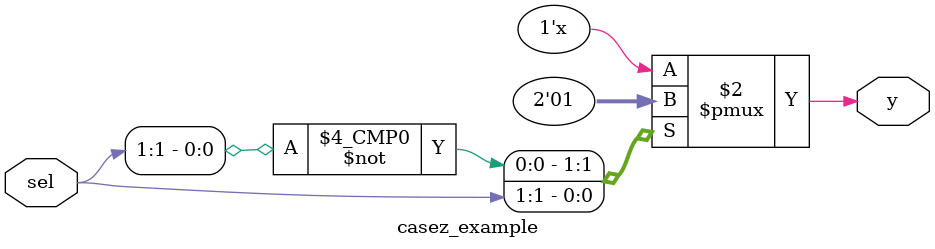
<source format=v>
module case_example (
    input  [1:0] sel,
    output reg y
);
    always @(*) begin
        case (sel)  
            2'b00: y = 1'b0;
            2'b01: y = 1'b1;
            2'b10: y = 1'b0;
            2'b11: y = 1'b1;
            default: y = 1'bx;
        endcase
    end
endmodule

module casex_example (
    input  [1:0] sel,
    output reg y
);
    always @(*) begin
        casex (sel) 
            2'b0x: y = 1'b0;  
            2'b1x: y = 1'b1;  
            default: y = 1'bx;
        endcase
    end
endmodule



module casez_example (
    input  [1:0] sel,
    output reg y
);
    always @(*) begin
        casez (sel) 
            2'b0z: y = 1'b0;  
            2'b1z: y = 1'b1;  
            default: y = 1'bx;
        endcase
    end
endmodule


</source>
